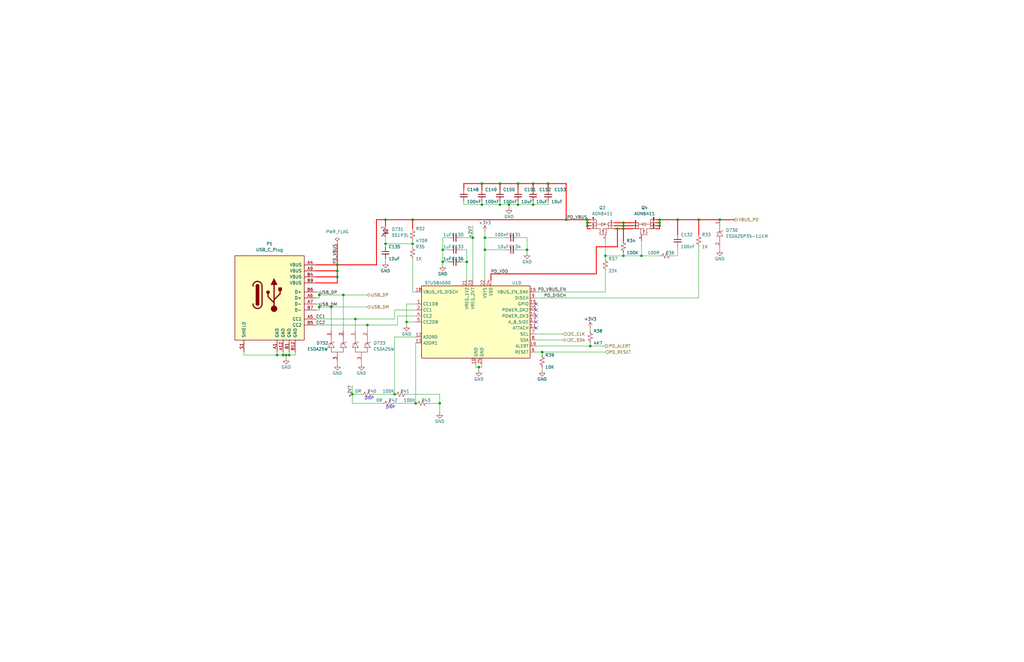
<source format=kicad_sch>
(kicad_sch (version 20211123) (generator eeschema)
  (paper "B")
  (lib_symbols
    (symbol "AON6411_1"
      (property "Reference" "Q" (at -6.35 5.08 0))
      (property "Value" "AON6411_1" (at -2.54 6.35 0))
      (symbol "AON6411_1_0_1"
        (polyline (pts (xy 2.54 -0.635) (xy 2.54 2.54)))
        (polyline (pts (xy 3.175 -0.3175) (xy 4.445 -0.3175)))
        (polyline (pts (xy 3.175 0) (xy 3.175 -0.635)))
        (polyline (pts (xy 3.175 0.9525) (xy 4.1275 0.9525)))
        (polyline (pts (xy 3.175 1.27) (xy 3.175 0.635)))
        (polyline (pts (xy 3.175 2.2225) (xy 4.445 2.2225)))
        (polyline (pts (xy 3.175 2.54) (xy 3.175 1.905)))
        (polyline (pts (xy 4.445 0.9525) (xy 4.1275 1.27)))
        (polyline (pts (xy 6.35 0.3175) (xy 7.62 0.3175)))
        (polyline (pts (xy 6.35 1.5875) (xy 6.985 0.3175)))
        (polyline (pts (xy 6.985 0.3175) (xy 6.985 -1.27)))
        (polyline (pts (xy 6.985 1.5875) (xy 6.985 3.81)))
        (polyline (pts (xy 4.1275 1.27) (xy 4.1275 0.635) (xy 4.445 0.9525)))
        (polyline (pts (xy 4.445 0.9525) (xy 5.08 0.9525) (xy 5.08 -0.3175)))
        (polyline (pts (xy 6.35 1.5875) (xy 7.62 1.5875) (xy 6.985 0.3175)))
        (polyline (pts (xy 4.445 -0.3175) (xy 5.08 -0.3175) (xy 5.08 -1.27) (xy 7.62 -1.27)))
        (polyline (pts (xy 4.445 2.2225) (xy 5.08 2.2225) (xy 5.08 3.81) (xy 8.89 3.81)))
      )
      (symbol "AON6411_1_1_1"
        (pin passive line (at 5.08 -3.81 90) (length 2.54) (name "") (number "1"))
        (pin passive line (at 6.35 -3.81 90) (length 2.54) (name "") (number "2"))
        (pin passive line (at 7.62 -3.81 90) (length 2.54) (name "") (number "3"))
        (pin passive line (at 0 0 0) (length 2.54) (name "") (number "4"))
        (pin passive line (at 5.08 6.35 270) (length 2.54) (name "") (number "5"))
        (pin passive line (at 6.35 6.35 270) (length 2.54) (name "") (number "6"))
        (pin passive line (at 7.62 6.35 270) (length 2.54) (name "") (number "7"))
        (pin passive line (at 8.89 6.35 270) (length 2.54) (name "") (number "8"))
      )
    )
    (symbol "APA102_Matrix_Symbols:AON6411"
      (property "Reference" "Q" (at -6.35 5.08 0))
      (property "Value" "AON6411" (at -2.54 6.35 0))
      (symbol "AON6411_0_1"
        (polyline (pts (xy 2.54 -0.635) (xy 2.54 2.54)))
        (polyline (pts (xy 3.175 -0.3175) (xy 4.445 -0.3175)))
        (polyline (pts (xy 3.175 0) (xy 3.175 -0.635)))
        (polyline (pts (xy 3.175 0.9525) (xy 4.1275 0.9525)))
        (polyline (pts (xy 3.175 1.27) (xy 3.175 0.635)))
        (polyline (pts (xy 3.175 2.2225) (xy 4.445 2.2225)))
        (polyline (pts (xy 3.175 2.54) (xy 3.175 1.905)))
        (polyline (pts (xy 4.445 0.9525) (xy 4.1275 1.27)))
        (polyline (pts (xy 6.35 0.3175) (xy 7.62 0.3175)))
        (polyline (pts (xy 6.35 1.5875) (xy 6.985 0.3175)))
        (polyline (pts (xy 6.985 0.3175) (xy 6.985 -1.27)))
        (polyline (pts (xy 6.985 1.5875) (xy 6.985 3.81)))
        (polyline (pts (xy 4.1275 1.27) (xy 4.1275 0.635) (xy 4.445 0.9525)))
        (polyline (pts (xy 4.445 0.9525) (xy 5.08 0.9525) (xy 5.08 -0.3175)))
        (polyline (pts (xy 6.35 1.5875) (xy 7.62 1.5875) (xy 6.985 0.3175)))
        (polyline (pts (xy 4.445 -0.3175) (xy 5.08 -0.3175) (xy 5.08 -1.27) (xy 7.62 -1.27)))
        (polyline (pts (xy 4.445 2.2225) (xy 5.08 2.2225) (xy 5.08 3.81) (xy 8.89 3.81)))
      )
      (symbol "AON6411_1_1"
        (pin passive line (at 5.08 -3.81 90) (length 2.54) (name "") (number "1"))
        (pin passive line (at 6.35 -3.81 90) (length 2.54) (name "") (number "2"))
        (pin passive line (at 7.62 -3.81 90) (length 2.54) (name "") (number "3"))
        (pin passive line (at 0 0 0) (length 2.54) (name "") (number "4"))
        (pin passive line (at 5.08 6.35 270) (length 2.54) (name "") (number "5"))
        (pin passive line (at 6.35 6.35 270) (length 2.54) (name "") (number "6"))
        (pin passive line (at 7.62 6.35 270) (length 2.54) (name "") (number "7"))
        (pin passive line (at 8.89 6.35 270) (length 2.54) (name "") (number "8"))
      )
    )
    (symbol "APA102_Matrix_Symbols:ESDA25P35-1U1M"
      (property "Reference" "D" (at 3.81 5.08 0))
      (property "Value" "ESDA25P35-1U1M" (at 5.08 3.175 0))
      (symbol "ESDA25P35-1U1M_0_1"
        (polyline (pts (xy 5.08 0) (xy 2.54 0)))
        (polyline (pts (xy 5.08 0) (xy 6.985 1.27)))
        (polyline (pts (xy 5.08 0.635) (xy 4.445 1.27)))
        (polyline (pts (xy 8.89 0) (xy 6.985 0)))
        (polyline (pts (xy 5.08 0.635) (xy 5.08 -0.635) (xy 5.715 -1.27)))
        (polyline (pts (xy 6.985 1.27) (xy 6.985 -1.27) (xy 5.08 0)))
      )
      (symbol "ESDA25P35-1U1M_1_1"
        (pin passive line (at 0 0 0) (length 2.54) (name "") (number "1"))
        (pin passive line (at 11.43 0 180) (length 2.54) (name "") (number "2"))
      )
    )
    (symbol "APA102_Matrix_Symbols:ESDA25W"
      (property "Reference" "D" (at 3.81 5.08 0))
      (property "Value" "ESDA25W" (at 5.08 3.175 0))
      (symbol "ESDA25W_0_1"
        (polyline (pts (xy 0 -8.89) (xy 0 -6.985)))
        (polyline (pts (xy 0 -8.89) (xy 5.08 -8.89)))
        (polyline (pts (xy 0 -5.08) (xy 0 -2.54)))
        (polyline (pts (xy 0 -5.08) (xy 1.27 -6.985)))
        (polyline (pts (xy 0.635 -5.08) (xy 1.27 -4.445)))
        (polyline (pts (xy 2.54 -10.16) (xy 2.54 -8.89)))
        (polyline (pts (xy 5.08 -8.89) (xy 5.08 -6.985)))
        (polyline (pts (xy 5.08 -5.08) (xy 5.08 -2.54)))
        (polyline (pts (xy 5.08 -5.08) (xy 6.35 -6.985)))
        (polyline (pts (xy 5.715 -5.08) (xy 6.35 -4.445)))
        (polyline (pts (xy 0.635 -5.08) (xy -0.635 -5.08) (xy -1.27 -5.715)))
        (polyline (pts (xy 1.27 -6.985) (xy -1.27 -6.985) (xy 0 -5.08)))
        (polyline (pts (xy 5.715 -5.08) (xy 4.445 -5.08) (xy 3.81 -5.715)))
        (polyline (pts (xy 6.35 -6.985) (xy 3.81 -6.985) (xy 5.08 -5.08)))
      )
      (symbol "ESDA25W_1_1"
        (pin passive line (at 0 0 270) (length 2.54) (name "") (number "1"))
        (pin passive line (at 5.08 0 270) (length 2.54) (name "") (number "2"))
        (pin passive line (at 2.54 -12.7 90) (length 2.54) (name "") (number "3"))
      )
    )
    (symbol "APA102_Matrix_Symbols:SS1P3L"
      (property "Reference" "D" (at 2.54 -2.54 0))
      (property "Value" "SS1P3L" (at 2.54 2.54 0))
      (symbol "SS1P3L_0_1"
        (polyline (pts (xy 1.778 0) (xy 3.302 0)))
        (polyline (pts (xy 3.302 -1.016) (xy 1.778 0) (xy 3.302 1.016) (xy 3.302 -1.016)) (stroke (width 0.254)))
        (polyline (pts (xy 1.27 0.762) (xy 1.27 1.016) (xy 1.778 1.016) (xy 1.778 -1.016) (xy 2.286 -1.016) (xy 2.286 -0.762)) (stroke (width 0.254)))
      )
      (symbol "SS1P3L_1_1"
        (pin passive line (at 0 0 0) (length 1.778) (name "") (number "1"))
        (pin passive line (at 5.08 0 180) (length 1.778) (name "") (number "2"))
      )
    )
    (symbol "APA102_Matrix_Symbols:STUSB4500"
      (property "Reference" "U" (at 44.45 3.81 0))
      (property "Value" "STUSB4500" (at 7.62 3.81 0))
      (symbol "STUSB4500_0_1"
        (rectangle (start 2.54 2.54) (end 48.26 -27.94) (stroke (width 0.254)) (fill (type background)))
      )
      (symbol "STUSB4500_1_1"
        (pin bidirectional line (at 0 -5.08 0) (length 2.54) (name "CC1DB") (number "1"))
        (pin power_in line (at 25.4 -30.48 90) (length 2.54) (name "GND") (number "10"))
        (pin open_collector line (at 50.8 -15.24 180) (length 2.54) (name "ATTACH") (number "11"))
        (pin input line (at 0 -19.05 0) (length 2.54) (name "ADDR0") (number "12"))
        (pin input line (at 0 -21.59 0) (length 2.54) (name "ADDR1") (number "13"))
        (pin open_collector line (at 50.8 -10.16 180) (length 2.54) (name "POWER_OK3") (number "14"))
        (pin open_collector line (at 50.8 -5.08 180) (length 2.54) (name "GPIO") (number "15"))
        (pin open_collector line (at 50.8 0 180) (length 2.54) (name "VBUS_EN_SNK") (number "16"))
        (pin open_collector line (at 50.8 -12.7 180) (length 2.54) (name "A_B_SIDE") (number "17"))
        (pin input line (at 0 0 0) (length 2.54) (name "VBUS_VS_DISCH") (number "18"))
        (pin open_collector line (at 50.8 -22.86 180) (length 2.54) (name "ALERT") (number "19"))
        (pin bidirectional line (at 0 -7.62 0) (length 2.54) (name "CC1") (number "2"))
        (pin open_collector line (at 50.8 -7.62 180) (length 2.54) (name "POWER_OK2") (number "20"))
        (pin power_out line (at 21.59 5.08 270) (length 2.54) (name "VREG_1V2") (number "21"))
        (pin power_in line (at 29.21 5.08 270) (length 2.54) (name "VSYS") (number "22"))
        (pin power_out line (at 24.13 5.08 270) (length 2.54) (name "VREG_2V7") (number "23"))
        (pin power_in line (at 31.75 5.08 270) (length 2.54) (name "VDD") (number "24"))
        (pin power_in line (at 27.94 -30.48 90) (length 2.54) (name "GND") (number "25"))
        (pin no_connect line (at 21.59 -27.94 90) (length 2.54) hide (name "NC") (number "3"))
        (pin bidirectional line (at 0 -10.16 0) (length 2.54) (name "CC2") (number "4"))
        (pin bidirectional line (at 0 -12.7 0) (length 2.54) (name "CC2DB") (number "5"))
        (pin input line (at 50.8 -25.4 180) (length 2.54) (name "RESET") (number "6"))
        (pin input line (at 50.8 -17.78 180) (length 2.54) (name "SCL") (number "7"))
        (pin bidirectional line (at 50.8 -20.32 180) (length 2.54) (name "SDA") (number "8"))
        (pin bidirectional line (at 50.8 -2.54 180) (length 2.54) (name "DISCH") (number "9"))
      )
    )
    (symbol "APA102_Matrix_Symbols:USB_C_Plug" (pin_names (offset 1.016))
      (property "Reference" "P" (at -8.89 5.08 0))
      (property "Value" "USB_C_Plug" (at -22.86 5.08 0))
      (symbol "USB_C_Plug_0_1"
        (rectangle (start -34.29 3.81) (end -5.08 -31.75) (stroke (width 0.254)) (fill (type background)))
        (arc (start -26.67 -16.51) (mid -24.765 -18.415) (end -22.86 -16.51) (stroke (width 0.508)))
        (arc (start -25.4 -16.51) (mid -24.765 -17.145) (end -24.13 -16.51) (stroke (width 0.254)))
        (arc (start -25.4 -16.51) (mid -24.765 -17.145) (end -24.13 -16.51) (stroke (width 0.254)) (fill (type outline)))
        (rectangle (start -25.4 -16.51) (end -24.13 -8.89) (stroke (width 0.254)) (fill (type outline)))
        (arc (start -24.13 -8.89) (mid -24.765 -8.255) (end -25.4 -8.89) (stroke (width 0.254)))
        (arc (start -24.13 -8.89) (mid -24.765 -8.255) (end -25.4 -8.89) (stroke (width 0.254)) (fill (type outline)))
        (arc (start -22.86 -8.89) (mid -24.765 -6.985) (end -26.67 -8.89) (stroke (width 0.508)))
        (polyline (pts (xy -22.86 -8.89) (xy -22.86 -16.51)) (stroke (width 0.508)))
      )
      (symbol "USB_C_Plug_1_1"
        (circle (center -20.32 -11.557) (radius 0.635) (stroke (width 0.254)) (fill (type outline)))
        (circle (center -17.78 -18.542) (radius 1.27) (fill (type outline)))
        (rectangle (start -15.875 -10.922) (end -14.605 -9.652) (stroke (width 0.254)) (fill (type outline)))
        (polyline (pts (xy -17.78 -18.542) (xy -17.78 -8.382)) (stroke (width 0.508)))
        (polyline (pts (xy -17.78 -16.002) (xy -20.32 -13.462) (xy -20.32 -12.192)) (stroke (width 0.508)))
        (polyline (pts (xy -17.78 -14.732) (xy -15.24 -12.192) (xy -15.24 -10.922)) (stroke (width 0.508)))
        (polyline (pts (xy -19.05 -8.382) (xy -17.78 -5.842) (xy -16.51 -8.382) (xy -19.05 -8.382)) (stroke (width 0.254)) (fill (type outline)))
        (pin power_out line (at -16.51 -36.83 90) (length 5.08) (name "GND") (number "A1"))
        (pin power_out line (at -13.97 -36.83 90) (length 5.08) (name "GND") (number "A12"))
        (pin power_out line (at 0 0 180) (length 5.08) (name "VBUS") (number "A4"))
        (pin bidirectional line (at 0 -22.86 180) (length 5.08) (name "CC1") (number "A5"))
        (pin bidirectional line (at 0 -13.97 180) (length 5.08) (name "D+") (number "A6"))
        (pin bidirectional line (at 0 -16.51 180) (length 5.08) (name "D-") (number "A7"))
        (pin no_connect line (at -33.02 -1.27 0) (length 5.08) hide (name "SBU1") (number "A8"))
        (pin power_out line (at 0 -2.54 180) (length 5.08) (name "VBUS") (number "A9"))
        (pin power_out line (at -11.43 -36.83 90) (length 5.08) (name "GND") (number "B1"))
        (pin power_out line (at -8.89 -36.83 90) (length 5.08) (name "GND") (number "B12"))
        (pin power_out line (at 0 -5.08 180) (length 5.08) (name "VBUS") (number "B4"))
        (pin bidirectional line (at 0 -25.4 180) (length 5.08) (name "CC2") (number "B5"))
        (pin bidirectional line (at 0 -11.43 180) (length 5.08) (name "D+") (number "B6"))
        (pin bidirectional line (at 0 -19.05 180) (length 5.08) (name "D-") (number "B7"))
        (pin no_connect line (at -33.02 1.27 0) (length 5.08) hide (name "SBU2") (number "B8"))
        (pin power_out line (at 0 -7.62 180) (length 5.08) (name "VBUS") (number "B9"))
        (pin passive line (at -30.48 -36.83 90) (length 5.08) (name "SHIELD") (number "S1"))
      )
    )
    (symbol "Device:C_Small" (pin_numbers hide) (pin_names (offset 0.254) hide)
      (property "Reference" "C" (at 0.254 1.778 0))
      (property "Value" "C_Small" (at 0.254 -2.032 0))
      (symbol "C_Small_0_1"
        (polyline (pts (xy -1.524 -0.508) (xy 1.524 -0.508)) (stroke (width 0.3302)))
        (polyline (pts (xy -1.524 0.508) (xy 1.524 0.508)) (stroke (width 0.3048)))
      )
      (symbol "C_Small_1_1"
        (pin passive line (at 0 2.54 270) (length 2.032) (name "~") (number "1"))
        (pin passive line (at 0 -2.54 90) (length 2.032) (name "~") (number "2"))
      )
    )
    (symbol "Device:R_Small_US" (pin_numbers hide) (pin_names (offset 0.254) hide)
      (property "Reference" "R" (at 0.762 0.508 0))
      (property "Value" "R_Small_US" (at 0.762 -1.016 0))
      (symbol "R_Small_US_1_1"
        (polyline (pts (xy 0 0) (xy 1.016 -0.381) (xy 0 -0.762) (xy -1.016 -1.143) (xy 0 -1.524)))
        (polyline (pts (xy 0 1.524) (xy 1.016 1.143) (xy 0 0.762) (xy -1.016 0.381) (xy 0 0)))
        (pin passive line (at 0 2.54 270) (length 1.016) (name "~") (number "1"))
        (pin passive line (at 0 -2.54 90) (length 1.016) (name "~") (number "2"))
      )
    )
    (symbol "power:+3V3" (power) (pin_names (offset 0))
      (property "Value" "+3V3" (at 0 3.556 0))
      (symbol "+3V3_0_1"
        (polyline (pts (xy -0.762 1.27) (xy 0 2.54)))
        (polyline (pts (xy 0 0) (xy 0 2.54)))
        (polyline (pts (xy 0 2.54) (xy 0.762 1.27)))
      )
      (symbol "+3V3_1_1"
        (pin power_in line (at 0 0 90) (length 0) hide (name "+3V3") (number "1"))
      )
    )
    (symbol "power:GND" (power) (pin_names (offset 0))
      (property "Value" "GND" (at 0 -3.81 0))
      (symbol "GND_0_1"
        (polyline (pts (xy 0 0) (xy 0 -1.27) (xy 1.27 -1.27) (xy 0 -2.54) (xy -1.27 -1.27) (xy 0 -1.27)))
      )
      (symbol "GND_1_1"
        (pin power_in line (at 0 0 270) (length 0) hide (name "GND") (number "1"))
      )
    )
    (symbol "power:PWR_FLAG" (power) (pin_numbers hide) (pin_names (offset 0) hide)
      (property "Value" "PWR_FLAG" (at 0 3.81 0))
      (symbol "PWR_FLAG_0_0"
        (pin power_out line (at 0 0 90) (length 0) (name "pwr") (number "1"))
      )
      (symbol "PWR_FLAG_0_1"
        (polyline (pts (xy 0 0) (xy 0 1.27) (xy -1.016 1.905) (xy 0 2.54) (xy 1.016 1.905) (xy 0 1.27)))
      )
    )
  )
  (junction (at 199.39 100.33))
  (junction (at 116.84 149.86))
  (junction (at 260.35 96.52))
  (junction (at 204.47 105.41))
  (junction (at 238.76 92.71))
  (junction (at 255.27 107.95))
  (junction (at 142.24 116.84))
  (junction (at 224.79 86.36))
  (junction (at 278.13 92.71))
  (junction (at 149.86 134.62))
  (junction (at 204.47 100.33))
  (junction (at 248.92 146.05))
  (junction (at 121.92 149.86))
  (junction (at 270.51 107.95))
  (junction (at 262.89 96.52))
  (junction (at 120.65 149.86))
  (junction (at 162.56 102.87))
  (junction (at 228.6 148.59))
  (junction (at 186.69 110.49))
  (junction (at 196.85 110.49))
  (junction (at 201.93 154.94))
  (junction (at 285.75 92.71))
  (junction (at 166.37 166.37))
  (junction (at 262.89 95.25))
  (junction (at 171.45 135.89))
  (junction (at 119.38 149.86))
  (junction (at 262.89 107.95))
  (junction (at 303.53 92.71))
  (junction (at 134.62 129.54))
  (junction (at 173.99 92.71))
  (junction (at 294.64 92.71))
  (junction (at 222.25 105.41))
  (junction (at 210.82 77.47))
  (junction (at 175.26 170.18))
  (junction (at 144.78 124.46))
  (junction (at 231.14 77.47))
  (junction (at 218.44 77.47))
  (junction (at 247.65 92.71))
  (junction (at 218.44 86.36))
  (junction (at 139.7 129.54))
  (junction (at 210.82 86.36))
  (junction (at 214.63 86.36))
  (junction (at 203.2 77.47))
  (junction (at 247.65 95.25))
  (junction (at 278.13 95.25))
  (junction (at 262.89 93.98))
  (junction (at 142.24 114.3))
  (junction (at 162.56 92.71))
  (junction (at 278.13 93.98))
  (junction (at 224.79 77.47))
  (junction (at 148.59 166.37))
  (junction (at 186.69 105.41))
  (junction (at 134.62 124.46))
  (junction (at 185.42 170.18))
  (junction (at 247.65 93.98))
  (junction (at 203.2 86.36))
  (junction (at 173.99 102.87))
  (junction (at 154.94 137.16))
  (junction (at 142.24 111.76))
  (no_connect (at 226.06 130.81))
  (no_connect (at 226.06 133.35))
  (no_connect (at 226.06 135.89))
  (no_connect (at 226.06 128.27))
  (no_connect (at 226.06 138.43))
  (wire (pts (xy 134.62 123.19) (xy 134.62 124.46)))
  (wire (pts (xy 166.37 142.24) (xy 175.26 142.24)))
  (wire (pts (xy 162.56 92.71) (xy 162.56 95.25)) (stroke (width 0.381) (color 255 0 0 1)))
  (wire (pts (xy 255.27 107.95) (xy 262.89 107.95)))
  (wire (pts (xy 148.59 166.37) (xy 152.4 166.37)))
  (wire (pts (xy 186.69 100.33) (xy 186.69 105.41)))
  (wire (pts (xy 247.65 92.71) (xy 238.76 92.71)) (stroke (width 0.381) (color 255 0 0 1)))
  (wire (pts (xy 133.35 134.62) (xy 149.86 134.62)))
  (wire (pts (xy 278.13 96.52) (xy 278.13 95.25)) (stroke (width 0.381) (color 255 0 0 1)))
  (wire (pts (xy 162.56 102.87) (xy 173.99 102.87)))
  (wire (pts (xy 175.26 135.89) (xy 171.45 135.89)))
  (wire (pts (xy 162.56 102.87) (xy 162.56 104.14)))
  (wire (pts (xy 166.37 166.37) (xy 166.37 142.24)))
  (wire (pts (xy 207.01 115.57) (xy 251.46 115.57)) (stroke (width 0.381) (color 255 0 0 1)))
  (wire (pts (xy 134.62 129.54) (xy 134.62 130.81)))
  (wire (pts (xy 247.65 96.52) (xy 247.65 95.25)) (stroke (width 0.381) (color 255 0 0 1)))
  (wire (pts (xy 285.75 107.95) (xy 285.75 104.14)))
  (wire (pts (xy 255.27 107.95) (xy 255.27 109.22)))
  (wire (pts (xy 204.47 97.79) (xy 204.47 100.33)))
  (wire (pts (xy 133.35 123.19) (xy 134.62 123.19)))
  (wire (pts (xy 203.2 85.09) (xy 203.2 86.36)))
  (wire (pts (xy 224.79 85.09) (xy 224.79 86.36)))
  (wire (pts (xy 134.62 130.81) (xy 133.35 130.81)))
  (wire (pts (xy 204.47 100.33) (xy 204.47 105.41)))
  (wire (pts (xy 144.78 124.46) (xy 144.78 139.7)))
  (wire (pts (xy 166.37 130.81) (xy 175.26 130.81)))
  (wire (pts (xy 173.99 123.19) (xy 175.26 123.19)))
  (wire (pts (xy 133.35 125.73) (xy 134.62 125.73)))
  (wire (pts (xy 255.27 123.19) (xy 226.06 123.19)))
  (wire (pts (xy 134.62 124.46) (xy 144.78 124.46)))
  (wire (pts (xy 228.6 148.59) (xy 226.06 148.59)))
  (wire (pts (xy 148.59 166.37) (xy 148.59 170.18)))
  (wire (pts (xy 247.65 95.25) (xy 248.92 95.25)) (stroke (width 0.381) (color 255 0 0 1)))
  (wire (pts (xy 262.89 96.52) (xy 262.89 101.6)) (stroke (width 0.381) (color 255 0 0 1)))
  (wire (pts (xy 199.39 100.33) (xy 199.39 118.11)))
  (wire (pts (xy 276.86 96.52) (xy 278.13 96.52)) (stroke (width 0.381) (color 255 0 0 1)))
  (wire (pts (xy 175.26 144.78) (xy 175.26 170.18)))
  (wire (pts (xy 121.92 148.59) (xy 121.92 149.86)))
  (wire (pts (xy 248.92 144.78) (xy 248.92 146.05)))
  (wire (pts (xy 247.65 93.98) (xy 247.65 92.71)) (stroke (width 0.381) (color 255 0 0 1)))
  (wire (pts (xy 278.13 92.71) (xy 276.86 92.71)) (stroke (width 0.381) (color 255 0 0 1)))
  (wire (pts (xy 260.35 96.52) (xy 262.89 96.52)) (stroke (width 0.381) (color 255 0 0 1)))
  (wire (pts (xy 180.34 170.18) (xy 185.42 170.18)))
  (wire (pts (xy 119.38 149.86) (xy 120.65 149.86)))
  (wire (pts (xy 251.46 104.14) (xy 260.35 104.14)) (stroke (width 0.381) (color 255 0 0 1)))
  (wire (pts (xy 171.45 128.27) (xy 171.45 135.89)))
  (wire (pts (xy 171.45 166.37) (xy 185.42 166.37)))
  (wire (pts (xy 226.06 146.05) (xy 248.92 146.05)))
  (wire (pts (xy 162.56 100.33) (xy 162.56 102.87)))
  (wire (pts (xy 116.84 149.86) (xy 119.38 149.86)))
  (wire (pts (xy 161.29 170.18) (xy 148.59 170.18)))
  (wire (pts (xy 226.06 143.51) (xy 237.49 143.51)))
  (wire (pts (xy 142.24 111.76) (xy 142.24 114.3)) (stroke (width 0.381) (color 255 0 0 1)))
  (wire (pts (xy 148.59 162.56) (xy 148.59 166.37)))
  (wire (pts (xy 133.35 111.76) (xy 142.24 111.76)) (stroke (width 0.381) (color 255 0 0 1)))
  (wire (pts (xy 196.85 110.49) (xy 196.85 105.41)))
  (wire (pts (xy 186.69 105.41) (xy 189.23 105.41)))
  (wire (pts (xy 218.44 86.36) (xy 214.63 86.36)))
  (wire (pts (xy 276.86 95.25) (xy 278.13 95.25)) (stroke (width 0.381) (color 255 0 0 1)))
  (wire (pts (xy 195.58 77.47) (xy 195.58 80.01)) (stroke (width 0.381) (color 255 0 0 1)))
  (wire (pts (xy 175.26 128.27) (xy 171.45 128.27)))
  (wire (pts (xy 285.75 99.06) (xy 285.75 92.71)) (stroke (width 0.381) (color 255 0 0 1)))
  (wire (pts (xy 260.35 104.14) (xy 260.35 96.52)) (stroke (width 0.381) (color 255 0 0 1)))
  (wire (pts (xy 303.53 92.71) (xy 309.88 92.71)) (stroke (width 0.381) (color 255 0 0 1)))
  (wire (pts (xy 102.87 149.86) (xy 116.84 149.86)))
  (wire (pts (xy 248.92 138.43) (xy 248.92 139.7)))
  (wire (pts (xy 167.64 137.16) (xy 167.64 133.35)))
  (wire (pts (xy 231.14 77.47) (xy 231.14 80.01)) (stroke (width 0.381) (color 255 0 0 1)))
  (wire (pts (xy 231.14 86.36) (xy 224.79 86.36)))
  (wire (pts (xy 185.42 170.18) (xy 185.42 173.99)))
  (wire (pts (xy 226.06 140.97) (xy 237.49 140.97)))
  (wire (pts (xy 173.99 92.71) (xy 173.99 96.52)) (stroke (width 0.381) (color 255 0 0 1)))
  (wire (pts (xy 210.82 77.47) (xy 203.2 77.47)) (stroke (width 0.381) (color 255 0 0 1)))
  (wire (pts (xy 133.35 137.16) (xy 154.94 137.16)))
  (wire (pts (xy 134.62 129.54) (xy 139.7 129.54)))
  (wire (pts (xy 262.89 95.25) (xy 266.7 95.25)) (stroke (width 0.381) (color 255 0 0 1)))
  (wire (pts (xy 194.31 110.49) (xy 196.85 110.49)))
  (wire (pts (xy 162.56 92.71) (xy 158.75 92.71)) (stroke (width 0.381) (color 255 0 0 1)))
  (wire (pts (xy 224.79 77.47) (xy 218.44 77.47)) (stroke (width 0.381) (color 255 0 0 1)))
  (wire (pts (xy 276.86 93.98) (xy 278.13 93.98)) (stroke (width 0.381) (color 255 0 0 1)))
  (wire (pts (xy 222.25 105.41) (xy 222.25 106.68)))
  (wire (pts (xy 259.08 95.25) (xy 262.89 95.25)) (stroke (width 0.381) (color 255 0 0 1)))
  (wire (pts (xy 201.93 154.94) (xy 201.93 156.21)))
  (wire (pts (xy 210.82 77.47) (xy 210.82 80.01)) (stroke (width 0.381) (color 255 0 0 1)))
  (wire (pts (xy 214.63 86.36) (xy 210.82 86.36)))
  (wire (pts (xy 186.69 105.41) (xy 186.69 110.49)))
  (wire (pts (xy 199.39 95.25) (xy 199.39 100.33)))
  (wire (pts (xy 259.08 96.52) (xy 260.35 96.52)) (stroke (width 0.381) (color 255 0 0 1)))
  (wire (pts (xy 228.6 148.59) (xy 255.27 148.59)))
  (wire (pts (xy 116.84 148.59) (xy 116.84 149.86)))
  (wire (pts (xy 207.01 118.11) (xy 207.01 115.57)) (stroke (width 0.381) (color 255 0 0 1)))
  (wire (pts (xy 222.25 100.33) (xy 222.25 105.41)))
  (wire (pts (xy 262.89 93.98) (xy 266.7 93.98)) (stroke (width 0.381) (color 255 0 0 1)))
  (wire (pts (xy 149.86 134.62) (xy 149.86 139.7)))
  (wire (pts (xy 262.89 93.98) (xy 262.89 95.25)) (stroke (width 0.381) (color 255 0 0 1)))
  (wire (pts (xy 194.31 100.33) (xy 199.39 100.33)))
  (wire (pts (xy 278.13 93.98) (xy 278.13 92.71)) (stroke (width 0.381) (color 255 0 0 1)))
  (wire (pts (xy 262.89 96.52) (xy 266.7 96.52)) (stroke (width 0.381) (color 255 0 0 1)))
  (wire (pts (xy 124.46 149.86) (xy 124.46 148.59)))
  (wire (pts (xy 200.66 153.67) (xy 200.66 154.94)))
  (wire (pts (xy 121.92 149.86) (xy 124.46 149.86)))
  (wire (pts (xy 144.78 124.46) (xy 154.94 124.46)))
  (wire (pts (xy 201.93 154.94) (xy 203.2 154.94)))
  (wire (pts (xy 133.35 114.3) (xy 142.24 114.3)) (stroke (width 0.381) (color 255 0 0 1)))
  (wire (pts (xy 251.46 115.57) (xy 251.46 104.14)) (stroke (width 0.381) (color 255 0 0 1)))
  (wire (pts (xy 154.94 137.16) (xy 154.94 139.7)))
  (wire (pts (xy 204.47 100.33) (xy 213.36 100.33)))
  (wire (pts (xy 247.65 93.98) (xy 248.92 93.98)) (stroke (width 0.381) (color 255 0 0 1)))
  (wire (pts (xy 142.24 102.87) (xy 142.24 111.76)) (stroke (width 0.381) (color 255 0 0 1)))
  (wire (pts (xy 157.48 166.37) (xy 166.37 166.37)))
  (wire (pts (xy 196.85 118.11) (xy 196.85 110.49)))
  (wire (pts (xy 270.51 101.6) (xy 270.51 107.95)))
  (wire (pts (xy 203.2 77.47) (xy 195.58 77.47)) (stroke (width 0.381) (color 255 0 0 1)))
  (wire (pts (xy 196.85 105.41) (xy 194.31 105.41)))
  (wire (pts (xy 162.56 92.71) (xy 173.99 92.71)) (stroke (width 0.381) (color 255 0 0 1)))
  (wire (pts (xy 120.65 149.86) (xy 120.65 151.13)))
  (wire (pts (xy 173.99 109.22) (xy 173.99 123.19)))
  (wire (pts (xy 247.65 95.25) (xy 247.65 93.98)) (stroke (width 0.381) (color 255 0 0 1)))
  (wire (pts (xy 214.63 86.36) (xy 214.63 87.63)))
  (wire (pts (xy 142.24 116.84) (xy 142.24 119.38)) (stroke (width 0.381) (color 255 0 0 1)))
  (wire (pts (xy 238.76 92.71) (xy 238.76 77.47)) (stroke (width 0.381) (color 255 0 0 1)))
  (wire (pts (xy 294.64 104.14) (xy 294.64 125.73)))
  (wire (pts (xy 218.44 77.47) (xy 218.44 80.01)) (stroke (width 0.381) (color 255 0 0 1)))
  (wire (pts (xy 218.44 100.33) (xy 222.25 100.33)))
  (wire (pts (xy 154.94 137.16) (xy 167.64 137.16)))
  (wire (pts (xy 139.7 129.54) (xy 154.94 129.54)))
  (wire (pts (xy 203.2 86.36) (xy 195.58 86.36)))
  (wire (pts (xy 259.08 93.98) (xy 262.89 93.98)) (stroke (width 0.381) (color 255 0 0 1)))
  (wire (pts (xy 133.35 116.84) (xy 142.24 116.84)) (stroke (width 0.381) (color 255 0 0 1)))
  (wire (pts (xy 238.76 77.47) (xy 231.14 77.47)) (stroke (width 0.381) (color 255 0 0 1)))
  (wire (pts (xy 173.99 101.6) (xy 173.99 102.87)))
  (wire (pts (xy 283.21 107.95) (xy 285.75 107.95)))
  (wire (pts (xy 210.82 86.36) (xy 203.2 86.36)))
  (wire (pts (xy 248.92 96.52) (xy 247.65 96.52)) (stroke (width 0.381) (color 255 0 0 1)))
  (wire (pts (xy 294.64 99.06) (xy 294.64 92.71)) (stroke (width 0.381) (color 255 0 0 1)))
  (wire (pts (xy 303.53 104.14) (xy 303.53 105.41)))
  (wire (pts (xy 203.2 77.47) (xy 203.2 80.01)) (stroke (width 0.381) (color 255 0 0 1)))
  (wire (pts (xy 218.44 85.09) (xy 218.44 86.36)))
  (wire (pts (xy 228.6 149.86) (xy 228.6 148.59)))
  (wire (pts (xy 226.06 125.73) (xy 294.64 125.73)))
  (wire (pts (xy 166.37 170.18) (xy 175.26 170.18)))
  (wire (pts (xy 133.35 119.38) (xy 142.24 119.38)) (stroke (width 0.381) (color 255 0 0 1)))
  (wire (pts (xy 133.35 128.27) (xy 134.62 128.27)))
  (wire (pts (xy 134.62 124.46) (xy 134.62 125.73)))
  (wire (pts (xy 139.7 129.54) (xy 139.7 139.7)))
  (wire (pts (xy 204.47 105.41) (xy 204.47 118.11)))
  (wire (pts (xy 231.14 77.47) (xy 224.79 77.47)) (stroke (width 0.381) (color 255 0 0 1)))
  (wire (pts (xy 119.38 148.59) (xy 119.38 149.86)))
  (wire (pts (xy 224.79 77.47) (xy 224.79 80.01)) (stroke (width 0.381) (color 255 0 0 1)))
  (wire (pts (xy 262.89 95.25) (xy 262.89 96.52)) (stroke (width 0.381) (color 255 0 0 1)))
  (wire (pts (xy 189.23 100.33) (xy 186.69 100.33)))
  (wire (pts (xy 218.44 77.47) (xy 210.82 77.47)) (stroke (width 0.381) (color 255 0 0 1)))
  (wire (pts (xy 186.69 110.49) (xy 189.23 110.49)))
  (wire (pts (xy 134.62 128.27) (xy 134.62 129.54)))
  (wire (pts (xy 278.13 95.25) (xy 278.13 93.98)) (stroke (width 0.381) (color 255 0 0 1)))
  (wire (pts (xy 195.58 86.36) (xy 195.58 85.09)))
  (wire (pts (xy 248.92 146.05) (xy 255.27 146.05)))
  (wire (pts (xy 228.6 154.94) (xy 228.6 156.21)))
  (wire (pts (xy 142.24 152.4) (xy 142.24 153.67)))
  (wire (pts (xy 255.27 114.3) (xy 255.27 123.19)))
  (wire (pts (xy 158.75 111.76) (xy 142.24 111.76)) (stroke (width 0.381) (color 255 0 0 1)))
  (wire (pts (xy 294.64 92.71) (xy 303.53 92.71)) (stroke (width 0.381) (color 255 0 0 1)))
  (wire (pts (xy 255.27 101.6) (xy 255.27 107.95)))
  (wire (pts (xy 162.56 109.22) (xy 162.56 110.49)))
  (wire (pts (xy 185.42 166.37) (xy 185.42 170.18)))
  (wire (pts (xy 238.76 92.71) (xy 173.99 92.71)) (stroke (width 0.381) (color 255 0 0 1)))
  (wire (pts (xy 167.64 133.35) (xy 175.26 133.35)))
  (wire (pts (xy 204.47 105.41) (xy 213.36 105.41)))
  (wire (pts (xy 222.25 105.41) (xy 218.44 105.41)))
  (wire (pts (xy 294.64 92.71) (xy 285.75 92.71)) (stroke (width 0.381) (color 255 0 0 1)))
  (wire (pts (xy 171.45 135.89) (xy 171.45 137.16)))
  (wire (pts (xy 149.86 134.62) (xy 166.37 134.62)))
  (wire (pts (xy 270.51 107.95) (xy 278.13 107.95)))
  (wire (pts (xy 247.65 92.71) (xy 248.92 92.71)) (stroke (width 0.381) (color 255 0 0 1)))
  (wire (pts (xy 173.99 102.87) (xy 173.99 104.14)))
  (wire (pts (xy 102.87 148.59) (xy 102.87 149.86)))
  (wire (pts (xy 210.82 85.09) (xy 210.82 86.36)))
  (wire (pts (xy 186.69 110.49) (xy 186.69 111.76)))
  (wire (pts (xy 166.37 134.62) (xy 166.37 130.81)))
  (wire (pts (xy 152.4 152.4) (xy 152.4 153.67)))
  (wire (pts (xy 262.89 106.68) (xy 262.89 107.95)))
  (wire (pts (xy 224.79 86.36) (xy 218.44 86.36)))
  (wire (pts (xy 285.75 92.71) (xy 278.13 92.71)) (stroke (width 0.381) (color 255 0 0 1)))
  (wire (pts (xy 120.65 149.86) (xy 121.92 149.86)))
  (wire (pts (xy 158.75 92.71) (xy 158.75 111.76)) (stroke (width 0.381) (color 255 0 0 1)))
  (wire (pts (xy 200.66 154.94) (xy 201.93 154.94)))
  (wire (pts (xy 231.14 85.09) (xy 231.14 86.36)))
  (wire (pts (xy 270.51 107.95) (xy 262.89 107.95)))
  (wire (pts (xy 142.24 114.3) (xy 142.24 116.84)) (stroke (width 0.381) (color 255 0 0 1)))
  (wire (pts (xy 203.2 154.94) (xy 203.2 153.67)))
  (text "DNP" (at 153.67 168.91 0) (effects (font (size 1.27 1.27)) (justify left bottom)))
  (text "DNP" (at 162.56 172.72 0) (effects (font (size 1.27 1.27)) (justify left bottom)))
  (label "CC1" (at 137.16 134.62 180))
  (label "PD_VBUS_EN" (at 238.76 123.19 180))
  (label "USB_DP" (at 142.24 124.46 180))
  (label "PD_VDD" (at 207.01 115.57 0))
  (label "+2V7" (at 148.59 162.56 270))
  (label "CC2" (at 137.16 137.16 180))
  (label "+2V7" (at 199.39 95.25 270))
  (label "PD_VBUS" (at 142.24 102.87 270))
  (label "PD_VBUS" (at 247.65 92.71 180))
  (label "PD_DISCH" (at 238.76 125.73 180))
  (label "USB_DM" (at 142.24 129.54 180))
  (hierarchical_label "PD_ALERT" (shape output) (at 255.27 146.05 0))
  (hierarchical_label "I2C_SDA" (shape bidirectional) (at 237.49 143.51 0))
  (hierarchical_label "I2C_CLK" (shape input) (at 237.49 140.97 0))
  (hierarchical_label "USB_DP" (shape bidirectional) (at 154.94 124.46 0))
  (hierarchical_label "VBUS_PD" (shape output) (at 309.88 92.71 0))
  (hierarchical_label "USB_DM" (shape bidirectional) (at 154.94 129.54 0))
  (hierarchical_label "PD_RESET" (shape input) (at 255.27 148.59 0))
  (symbol (lib_id "Device:R_Small_US") (at 294.64 101.6 0) (unit 1)
    (property "Reference" "R33" (at 295.91 99.06 0) (effects (justify left)))
    (property "Value" "1K" (at 295.91 104.14 0) (effects (justify left)))
    (property "Footprint" "APA102_Matrix_Footprints:R_0603" (effects hide))
  )
  (symbol (lib_id "Device:R_Small_US") (at 255.27 111.76 0) (unit 1)
    (property "Reference" "R37" (at 256.54 109.22 0) (effects (justify left)))
    (property "Value" "22K" (at 256.54 114.3 0) (effects (justify left)))
    (property "Footprint" "APA102_Matrix_Footprints:R_0603" (effects hide))
  )
  (symbol (lib_id "Device:R_Small_US") (at 177.8 170.18 90) (unit 1)
    (property "Reference" "R43" (at 181.61 168.91 90) (effects (justify left)))
    (property "Value" "100K" (at 175.26 168.91 90) (effects (justify left)))
    (property "Footprint" "APA102_Matrix_Footprints:R_0603" (effects hide))
  )
  (symbol (lib_id "APA102_Matrix_Symbols:SS1P3L") (at 162.56 100.33 90) (unit 1)
    (property "Reference" "D731" (at 165.1 96.7739 90) (effects (justify right)))
    (property "Value" "SS1P3L" (at 165.1 99.3139 90) (effects (justify right)))
    (property "Footprint" "APA102_Matrix_Footprints:DO220AA" (effects hide))
  )
  (symbol (lib_id "Device:C_Small") (at 203.2 82.55 0) (unit 1)
    (property "Reference" "C149" (at 204.47 80.01 0) (effects (justify left)))
    (property "Value" "100nF" (at 204.47 85.09 0) (effects (justify left)))
    (property "Footprint" "APA102_Matrix_Footprints:C_0603" (effects hide))
  )
  (symbol (lib_id "Device:C_Small") (at 224.79 82.55 0) (unit 1)
    (property "Reference" "C152" (at 227.33 80.01 0) (effects (justify left)))
    (property "Value" "10uF" (at 226.06 85.09 0) (effects (justify left)))
    (property "Footprint" "APA102_Matrix_Footprints:C_0603" (effects hide))
  )
  (symbol (lib_id "power:GND") (at 120.65 151.13 0) (unit 1)
    (property "Reference" "#PWR01598" (effects hide))
    (property "Value" "GND" (at 120.65 154.94 0))
  )
  (symbol (lib_id "power:+3V3") (at 248.92 138.43 0) (unit 1)
    (property "Reference" "#PWR01597" (effects hide))
    (property "Value" "+3V3" (at 248.92 134.62 0))
  )
  (symbol (lib_id "Device:R_Small_US") (at 168.91 166.37 90) (unit 1)
    (property "Reference" "R41" (at 172.72 165.1 90) (effects (justify left)))
    (property "Value" "100K" (at 166.37 165.1 90) (effects (justify left)))
    (property "Footprint" "APA102_Matrix_Footprints:R_0603" (effects hide))
  )
  (symbol (lib_id "APA102_Matrix_Symbols:ESDA25W") (at 149.86 139.7 0) (unit 1)
    (property "Reference" "D733" (at 157.48 144.7799 0) (effects (justify left)))
    (property "Value" "ESDA25W" (at 157.48 147.3199 0) (effects (justify left)))
    (property "Footprint" "APA102_Matrix_Footprints:SOT_323" (effects hide))
    (property "Datasheet" "https://www.st.com/resource/en/datasheet/esdaxxxwx.pdf" (effects hide))
  )
  (symbol (lib_id "Device:R_Small_US") (at 228.6 152.4 0) (unit 1)
    (property "Reference" "R39" (at 229.87 149.86 0) (effects (justify left)))
    (property "Value" "10K" (at 229.87 154.94 0) (effects (justify left)))
    (property "Footprint" "APA102_Matrix_Footprints:R_0603" (effects hide))
  )
  (symbol (lib_id "power:GND") (at 228.6 156.21 0) (unit 1)
    (property "Reference" "#PWR01602" (effects hide))
    (property "Value" "GND" (at 228.6 160.02 0))
  )
  (symbol (lib_id "Device:R_Small_US") (at 173.99 106.68 0) (unit 1)
    (property "Reference" "R35" (at 175.26 104.14 0) (effects (justify left)))
    (property "Value" "1K" (at 175.26 109.22 0) (effects (justify left)))
    (property "Footprint" "APA102_Matrix_Footprints:R_0603" (effects hide))
  )
  (symbol (lib_id "Device:R_Small_US") (at 280.67 107.95 90) (unit 1)
    (property "Reference" "R36" (at 284.48 106.68 90) (effects (justify left)))
    (property "Value" "100R" (at 278.13 106.68 90) (effects (justify left)))
    (property "Footprint" "APA102_Matrix_Footprints:R_0603" (effects hide))
  )
  (symbol (lib_id "power:GND") (at 142.24 153.67 0) (unit 1)
    (property "Reference" "#PWR01599" (effects hide))
    (property "Value" "GND" (at 142.24 157.48 0))
  )
  (symbol (lib_id "Device:C_Small") (at 195.58 82.55 0) (unit 1)
    (property "Reference" "C148" (at 196.85 80.01 0) (effects (justify left)))
    (property "Value" "100nF" (at 196.85 85.09 0) (effects (justify left)))
    (property "Footprint" "APA102_Matrix_Footprints:C_0603" (effects hide))
  )
  (symbol (lib_id "Device:R_Small_US") (at 154.94 166.37 90) (unit 1) (in_bom no)
    (property "Reference" "R40" (at 158.75 165.1 90) (effects (justify left)))
    (property "Value" "0R" (at 152.4 165.1 90) (effects (justify left)))
    (property "Footprint" "APA102_Matrix_Footprints:R_0603" (effects hide))
  )
  (symbol (lib_id "Device:C_Small") (at 218.44 82.55 0) (unit 1)
    (property "Reference" "C151" (at 220.98 80.01 0) (effects (justify left)))
    (property "Value" "10uF" (at 219.71 85.09 0) (effects (justify left)))
    (property "Footprint" "APA102_Matrix_Footprints:C_0603" (effects hide))
  )
  (symbol (lib_id "power:GND") (at 201.93 156.21 0) (unit 1)
    (property "Reference" "#PWR01601" (effects hide))
    (property "Value" "GND" (at 201.93 160.02 0))
  )
  (symbol (lib_name "AON6411_1") (lib_id "APA102_Matrix_Symbols:AON6411") (at 255.27 101.6 90) (unit 1)
    (property "Reference" "Q3" (at 254 87.63 90))
    (property "Value" "AON6411" (at 254 90.17 90))
    (property "Footprint" "APA102_Matrix_Footprints:DFN8_5X6" (effects hide))
    (property "Datasheet" "http://aosmd.com/res/data_sheets/AON6411.pdf" (effects hide))
  )
  (symbol (lib_id "Device:C_Small") (at 285.75 101.6 0) (unit 1)
    (property "Reference" "C132" (at 287.02 99.06 0) (effects (justify left)))
    (property "Value" "100nF" (at 287.02 104.14 0) (effects (justify left)))
    (property "Footprint" "APA102_Matrix_Footprints:C_0603" (effects hide))
  )
  (symbol (lib_id "Device:C_Small") (at 231.14 82.55 0) (unit 1)
    (property "Reference" "C153" (at 233.68 80.01 0) (effects (justify left)))
    (property "Value" "10uF" (at 232.41 85.09 0) (effects (justify left)))
    (property "Footprint" "APA102_Matrix_Footprints:C_0603" (effects hide))
  )
  (symbol (lib_id "APA102_Matrix_Symbols:ESDA25W") (at 139.7 139.7 0) (unit 1)
    (property "Reference" "D732" (at 133.35 144.78 0) (effects (justify left)))
    (property "Value" "ESDA25W" (at 129.54 147.32 0) (effects (justify left)))
    (property "Footprint" "APA102_Matrix_Footprints:SOT_323" (effects hide))
    (property "Datasheet" "https://www.st.com/resource/en/datasheet/esdaxxxwx.pdf" (effects hide))
  )
  (symbol (lib_id "APA102_Matrix_Symbols:AON6411") (at 270.51 101.6 270) (mirror x) (unit 1)
    (property "Reference" "Q4" (at 271.78 87.63 90))
    (property "Value" "AON6411" (at 271.78 90.17 90))
    (property "Footprint" "APA102_Matrix_Footprints:DFN8_5X6" (effects hide))
    (property "Datasheet" "http://aosmd.com/res/data_sheets/AON6411.pdf" (effects hide))
  )
  (symbol (lib_id "power:GND") (at 222.25 106.68 0) (unit 1)
    (property "Reference" "#PWR01593" (effects hide))
    (property "Value" "GND" (at 222.25 110.49 0))
  )
  (symbol (lib_id "power:PWR_FLAG") (at 142.24 102.87 0) (unit 1)
    (property "Reference" "#FLG01" (effects hide))
    (property "Value" "PWR_FLAG" (at 142.24 97.79 0))
  )
  (symbol (lib_id "Device:C_Small") (at 191.77 105.41 90) (unit 1)
    (property "Reference" "C133" (at 195.58 104.14 90) (effects (justify left)))
    (property "Value" "1uF" (at 190.5 104.14 90) (effects (justify left)))
    (property "Footprint" "APA102_Matrix_Footprints:C_0603" (effects hide))
  )
  (symbol (lib_id "APA102_Matrix_Symbols:USB_C_Plug") (at 133.35 111.76 0) (unit 1)
    (property "Reference" "P1" (at 113.665 102.87 0))
    (property "Value" "USB_C_Plug" (at 113.665 105.41 0))
    (property "Footprint" "APA102_Matrix_Footprints:USB_C" (effects hide))
    (property "Datasheet" "https://www.usb.org/sites/default/files/documents/usb_type-c.zip" (effects hide))
  )
  (symbol (lib_id "Device:C_Small") (at 191.77 100.33 90) (unit 1)
    (property "Reference" "C130" (at 195.58 99.06 90) (effects (justify left)))
    (property "Value" "1uF" (at 190.5 99.06 90) (effects (justify left)))
    (property "Footprint" "APA102_Matrix_Footprints:C_0603" (effects hide))
  )
  (symbol (lib_id "Device:R_Small_US") (at 163.83 170.18 90) (unit 1) (in_bom no)
    (property "Reference" "R42" (at 167.64 168.91 90) (effects (justify left)))
    (property "Value" "0R" (at 161.29 168.91 90) (effects (justify left)))
    (property "Footprint" "APA102_Matrix_Footprints:R_0603" (effects hide))
  )
  (symbol (lib_id "power:GND") (at 162.56 110.49 0) (unit 1)
    (property "Reference" "#PWR01594" (effects hide))
    (property "Value" "GND" (at 162.56 114.3 0))
  )
  (symbol (lib_id "power:GND") (at 303.53 105.41 0) (unit 1)
    (property "Reference" "#PWR01592" (effects hide))
    (property "Value" "GND" (at 303.53 109.22 0))
  )
  (symbol (lib_id "power:GND") (at 152.4 153.67 0) (unit 1)
    (property "Reference" "#PWR01600" (effects hide))
    (property "Value" "GND" (at 152.4 157.48 0))
  )
  (symbol (lib_id "APA102_Matrix_Symbols:STUSB4500") (at 175.26 123.19 0) (unit 1)
    (property "Reference" "U10" (at 215.9 119.38 0) (effects (justify left)))
    (property "Value" "STUSB4500" (at 179.07 119.38 0) (effects (justify left)))
    (property "Footprint" "APA102_Matrix_Footprints:QFN_24_4X4" (effects hide))
    (property "Datasheet" "https://www.st.com/resource/en/datasheet/stusb4500.pdf" (effects hide))
  )
  (symbol (lib_id "power:GND") (at 185.42 173.99 0) (unit 1)
    (property "Reference" "#PWR01603" (effects hide))
    (property "Value" "GND" (at 185.42 177.8 0))
  )
  (symbol (lib_id "Device:C_Small") (at 215.9 100.33 90) (unit 1)
    (property "Reference" "C131" (at 219.71 99.06 90) (effects (justify left)))
    (property "Value" "100nF" (at 214.63 99.06 90) (effects (justify left)))
    (property "Footprint" "APA102_Matrix_Footprints:C_0603" (effects hide))
  )
  (symbol (lib_id "Device:C_Small") (at 210.82 82.55 0) (unit 1)
    (property "Reference" "C150" (at 212.09 80.01 0) (effects (justify left)))
    (property "Value" "100nF" (at 212.09 85.09 0) (effects (justify left)))
    (property "Footprint" "APA102_Matrix_Footprints:C_0603" (effects hide))
  )
  (symbol (lib_id "Device:R_Small_US") (at 173.99 99.06 0) (unit 1)
    (property "Reference" "R32" (at 175.26 96.52 0) (effects (justify left)))
    (property "Value" "470R" (at 175.26 101.6 0) (effects (justify left)))
    (property "Footprint" "APA102_Matrix_Footprints:R_0603" (effects hide))
  )
  (symbol (lib_id "Device:R_Small_US") (at 262.89 104.14 0) (unit 1)
    (property "Reference" "R34" (at 264.16 101.6 0) (effects (justify left)))
    (property "Value" "100K" (at 264.16 106.68 0) (effects (justify left)))
    (property "Footprint" "APA102_Matrix_Footprints:R_0603" (effects hide))
  )
  (symbol (lib_id "Device:C_Small") (at 191.77 110.49 90) (unit 1)
    (property "Reference" "C136" (at 195.58 109.22 90) (effects (justify left)))
    (property "Value" "1uF" (at 190.5 109.22 90) (effects (justify left)))
    (property "Footprint" "APA102_Matrix_Footprints:C_0603" (effects hide))
  )
  (symbol (lib_id "power:GND") (at 214.63 87.63 0) (unit 1)
    (property "Reference" "#PWR01625" (effects hide))
    (property "Value" "GND" (at 214.63 91.44 0))
  )
  (symbol (lib_id "Device:C_Small") (at 162.56 106.68 0) (unit 1)
    (property "Reference" "C135" (at 163.83 104.14 0) (effects (justify left)))
    (property "Value" "10uF" (at 163.83 109.22 0) (effects (justify left)))
    (property "Footprint" "APA102_Matrix_Footprints:C_0603" (effects hide))
  )
  (symbol (lib_id "power:GND") (at 171.45 137.16 0) (unit 1)
    (property "Reference" "#PWR01596" (effects hide))
    (property "Value" "GND" (at 171.45 140.97 0))
  )
  (symbol (lib_id "Device:R_Small_US") (at 248.92 142.24 0) (unit 1)
    (property "Reference" "R38" (at 250.19 139.7 0) (effects (justify left)))
    (property "Value" "4K7" (at 250.19 144.78 0) (effects (justify left)))
    (property "Footprint" "APA102_Matrix_Footprints:R_0603" (effects hide))
  )
  (symbol (lib_id "Device:C_Small") (at 215.9 105.41 90) (unit 1)
    (property "Reference" "C134" (at 219.71 104.14 90) (effects (justify left)))
    (property "Value" "10uF" (at 214.63 104.14 90) (effects (justify left)))
    (property "Footprint" "APA102_Matrix_Footprints:C_0603" (effects hide))
  )
  (symbol (lib_id "power:+3V3") (at 204.47 97.79 0) (unit 1)
    (property "Reference" "#PWR01591" (effects hide))
    (property "Value" "+3V3" (at 204.47 93.98 0))
  )
  (symbol (lib_id "APA102_Matrix_Symbols:ESDA25P35-1U1M") (at 303.53 92.71 270) (unit 1)
    (property "Reference" "D730" (at 306.07 97.1549 90) (effects (justify left)))
    (property "Value" "ESDA25P35-1U1M" (at 306.07 99.6949 90) (effects (justify left)))
    (property "Footprint" "APA102_Matrix_Footprints:QFN1610" (effects hide))
    (property "Datasheet" "https://www.st.com/content/ccc/resource/technical/document/datasheet/group3/e4/43/53/b9/4e/8a/40/bb/DM00312034/files/DM00312034.pdf/jcr:content/translations/en.DM00312034.pdf" (effects hide))
  )
  (symbol (lib_id "power:GND") (at 186.69 111.76 0) (unit 1)
    (property "Reference" "#PWR01595" (effects hide))
    (property "Value" "GND" (at 186.69 115.57 0))
  )
)
</source>
